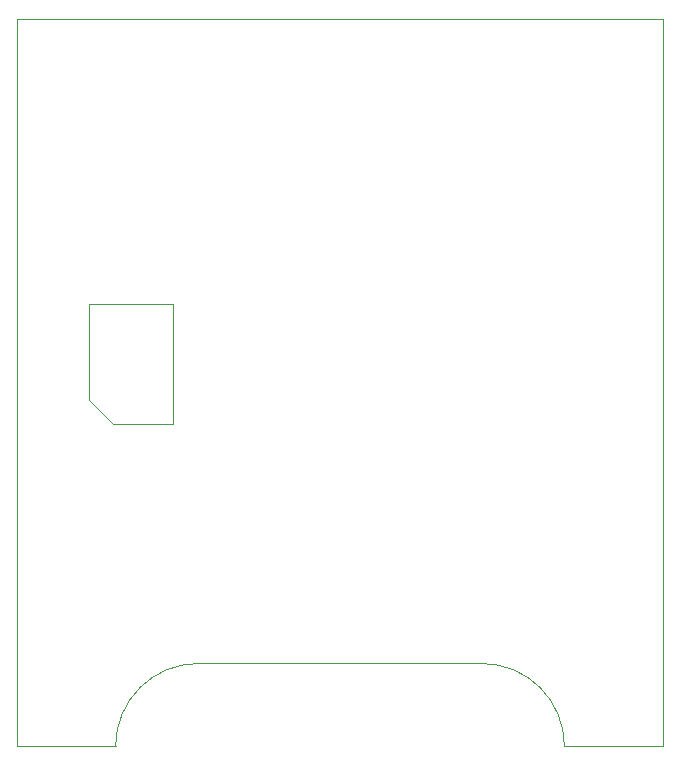
<source format=gbr>
%TF.GenerationSoftware,KiCad,Pcbnew,7.0.6*%
%TF.CreationDate,2024-10-14T12:44:36+01:00*%
%TF.ProjectId,BelaShield,42656c61-5368-4696-956c-642e6b696361,rev?*%
%TF.SameCoordinates,Original*%
%TF.FileFunction,Profile,NP*%
%FSLAX46Y46*%
G04 Gerber Fmt 4.6, Leading zero omitted, Abs format (unit mm)*
G04 Created by KiCad (PCBNEW 7.0.6) date 2024-10-14 12:44:36*
%MOMM*%
%LPD*%
G01*
G04 APERTURE LIST*
%TA.AperFunction,Profile*%
%ADD10C,0.100000*%
%TD*%
G04 APERTURE END LIST*
D10*
X125984000Y-73660000D02*
X125984000Y-81788000D01*
X133096000Y-73660000D02*
X125984000Y-73660000D01*
X133096000Y-83820000D02*
X133096000Y-73660000D01*
X128016000Y-83820000D02*
X133096000Y-83820000D01*
X125984000Y-81788000D02*
X128016000Y-83820000D01*
X174625000Y-49530000D02*
X119888000Y-49530000D01*
X128255337Y-111125000D02*
X119888000Y-111125000D01*
X135259194Y-104120262D02*
X159255589Y-104120412D01*
X135259194Y-104120237D02*
G75*
G03*
X128255337Y-111125000I906J-7004763D01*
G01*
X174625000Y-111125000D02*
X166257663Y-111125000D01*
X174625000Y-111125000D02*
X174625000Y-49530000D01*
X166257688Y-111125000D02*
G75*
G03*
X159255589Y-104120412I-7004588J0D01*
G01*
X119888000Y-49530000D02*
X119888000Y-111125000D01*
M02*

</source>
